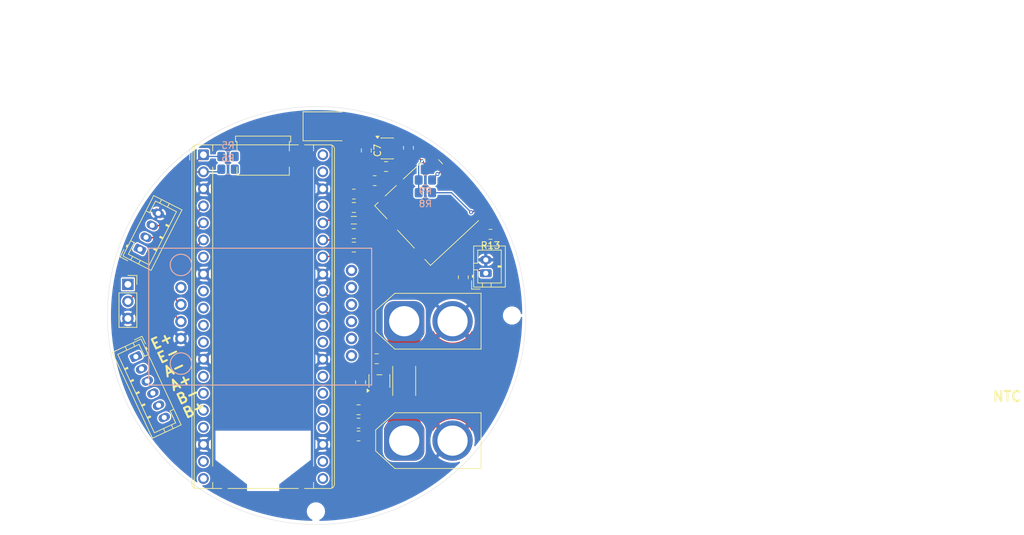
<source format=kicad_pcb>
(kicad_pcb
	(version 20241229)
	(generator "pcbnew")
	(generator_version "9.0")
	(general
		(thickness 1.6)
		(legacy_teardrops no)
	)
	(paper "A4")
	(layers
		(0 "F.Cu" signal)
		(2 "B.Cu" signal)
		(9 "F.Adhes" user "F.Adhesive")
		(11 "B.Adhes" user "B.Adhesive")
		(13 "F.Paste" user)
		(15 "B.Paste" user)
		(5 "F.SilkS" user "F.Silkscreen")
		(7 "B.SilkS" user "B.Silkscreen")
		(1 "F.Mask" user)
		(3 "B.Mask" user)
		(17 "Dwgs.User" user "User.Drawings")
		(19 "Cmts.User" user "User.Comments")
		(21 "Eco1.User" user "User.Eco1")
		(23 "Eco2.User" user "User.Eco2")
		(25 "Edge.Cuts" user)
		(27 "Margin" user)
		(31 "F.CrtYd" user "F.Courtyard")
		(29 "B.CrtYd" user "B.Courtyard")
		(35 "F.Fab" user)
		(33 "B.Fab" user)
		(39 "User.1" user)
		(41 "User.2" user)
		(43 "User.3" user)
		(45 "User.4" user)
	)
	(setup
		(pad_to_mask_clearance 0)
		(allow_soldermask_bridges_in_footprints no)
		(tenting front back)
		(grid_origin 134.95 93.5)
		(pcbplotparams
			(layerselection 0x00000000_00000000_55555555_5755f5ff)
			(plot_on_all_layers_selection 0x00000000_00000000_00000000_00000000)
			(disableapertmacros no)
			(usegerberextensions no)
			(usegerberattributes yes)
			(usegerberadvancedattributes yes)
			(creategerberjobfile yes)
			(dashed_line_dash_ratio 12.000000)
			(dashed_line_gap_ratio 3.000000)
			(svgprecision 4)
			(plotframeref no)
			(mode 1)
			(useauxorigin no)
			(hpglpennumber 1)
			(hpglpenspeed 20)
			(hpglpendiameter 15.000000)
			(pdf_front_fp_property_popups yes)
			(pdf_back_fp_property_popups yes)
			(pdf_metadata yes)
			(pdf_single_document no)
			(dxfpolygonmode yes)
			(dxfimperialunits yes)
			(dxfusepcbnewfont yes)
			(psnegative no)
			(psa4output no)
			(plot_black_and_white yes)
			(sketchpadsonfab no)
			(plotpadnumbers no)
			(hidednponfab no)
			(sketchdnponfab yes)
			(crossoutdnponfab yes)
			(subtractmaskfromsilk no)
			(outputformat 1)
			(mirror no)
			(drillshape 1)
			(scaleselection 1)
			(outputdirectory "")
		)
	)
	(net 0 "")
	(net 1 "/ISENSE_ADC")
	(net 2 "/SCL")
	(net 3 "unconnected-(A1-GPIO5-Pad7)")
	(net 4 "GND")
	(net 5 "unconnected-(A1-VBUS-Pad40)")
	(net 6 "Net-(A1-VSYS)")
	(net 7 "unconnected-(A1-GPIO8-Pad11)")
	(net 8 "/NTC_ADC")
	(net 9 "unconnected-(A1-GPIO15-Pad20)")
	(net 10 "/SD_MOSI")
	(net 11 "/VBAT_ADC")
	(net 12 "/SPI1_MISO")
	(net 13 "/UART0_RX")
	(net 14 "+3.3V")
	(net 15 "/SD_CLK")
	(net 16 "unconnected-(A1-GPIO6-Pad9)")
	(net 17 "/LC_SCK")
	(net 18 "unconnected-(A1-GPIO9-Pad12)")
	(net 19 "/UART0_TX")
	(net 20 "unconnected-(A1-GPIO7-Pad10)")
	(net 21 "/RPM")
	(net 22 "/SPI1_SCK")
	(net 23 "/SD_MISO")
	(net 24 "unconnected-(A1-GPIO14-Pad19)")
	(net 25 "unconnected-(A1-3V3_EN-Pad37)")
	(net 26 "/SDA")
	(net 27 "Net-(A1-ADC_VREF)")
	(net 28 "unconnected-(A1-RUN-Pad30)")
	(net 29 "/SD_CS")
	(net 30 "/SPI1_MOSI")
	(net 31 "unconnected-(A1-GPIO22-Pad29)")
	(net 32 "/SPI1_CSN")
	(net 33 "/LC_DT")
	(net 34 "/DET_B")
	(net 35 "+5V")
	(net 36 "+12V")
	(net 37 "Net-(J10-SHIELD)")
	(net 38 "/DET_A")
	(net 39 "Net-(J10-VDD)")
	(net 40 "Net-(J10-DAT1)")
	(net 41 "Net-(J10-DAT2)")
	(net 42 "Net-(J11-Pin_1)")
	(net 43 "Net-(J11-Pin_5)")
	(net 44 "Net-(J11-Pin_3)")
	(net 45 "Net-(J11-Pin_2)")
	(net 46 "Net-(J11-Pin_4)")
	(net 47 "Net-(J11-Pin_6)")
	(net 48 "Net-(R4-Pad1)")
	(net 49 "Net-(U2-QOD)")
	(net 50 "unconnected-(U2-CT-Pad4)")
	(net 51 "/BOUT_P")
	(footprint "MountingHole:MountingHole_2.2mm_M2_ISO7380" (layer "F.Cu") (at 134.85 122.7))
	(footprint "Resistor_SMD:R_2512_6332Metric_Pad1.40x3.35mm_HandSolder" (layer "F.Cu") (at 148 103.25 -90))
	(footprint "Resistor_SMD:R_0805_2012Metric_Pad1.20x1.40mm_HandSolder" (layer "F.Cu") (at 160.85 81.4 180))
	(footprint "Resistor_SMD:R_0805_2012Metric_Pad1.20x1.40mm_HandSolder" (layer "F.Cu") (at 141.5 103.45 90))
	(footprint "Inductor_SMD:L_0805_2012Metric_Pad1.05x1.20mm_HandSolder" (layer "F.Cu") (at 140.5 79.3 180))
	(footprint "Connector_JST:JST_PH_B6B-PH-K_1x06_P2.00mm_Vertical" (layer "F.Cu") (at 108.035378 99.636021 -65))
	(footprint "Resistor_SMD:R_0805_2012Metric_Pad1.20x1.40mm_HandSolder" (layer "F.Cu") (at 141.2 111.45 180))
	(footprint "Connector_AMASS:AMASS_XT60-F_1x02_P7.20mm_Vertical" (layer "F.Cu") (at 148 94.35))
	(footprint "Connector_AMASS:AMASS_XT60-F_1x02_P7.20mm_Vertical" (layer "F.Cu") (at 148 112.15))
	(footprint "Diode_SMD:D_SMB" (layer "F.Cu") (at 136.6 65.3))
	(footprint "Resistor_SMD:R_0805_2012Metric_Pad1.20x1.40mm_HandSolder" (layer "F.Cu") (at 143.6 73.4 180))
	(footprint "Module:RaspberryPi_Pico_Common_THT" (layer "F.Cu") (at 118.1 69.54))
	(footprint "Capacitor_SMD:C_0805_2012Metric_Pad1.18x1.45mm_HandSolder" (layer "F.Cu") (at 143.9 99.95))
	(footprint "MountingHole:MountingHole_2.2mm_M2_ISO7380" (layer "F.Cu") (at 164.05 93.5))
	(footprint "MountingHole:MountingHole_2.2mm_M2_ISO7380" (layer "F.Cu") (at 92.95 91.8))
	(footprint "Package_TO_SOT_SMD:SOT-23-5" (layer "F.Cu") (at 144.3 103.25 90))
	(footprint "Package_TO_SOT_SMD:SOT-23-6" (layer "F.Cu") (at 145.4625 68.6))
	(footprint "Capacitor_SMD:C_0805_2012Metric_Pad1.18x1.45mm_HandSolder" (layer "F.Cu") (at 141.2 107.55))
	(footprint "Connector_Card:microSD_HC_Molex_104031-0811" (layer "F.Cu") (at 152 77.6 -47))
	(footprint "Connector_JST:JST_PH_B4B-PH-K_1x04_P2.00mm_Vertical" (layer "F.Cu") (at 108.647975 83.623326 63))
	(footprint "Connector_PinSocket_2.54mm:PinSocket_1x03_P2.54mm_Vertical" (layer "F.Cu") (at 106.85 88.86))
	(footprint "Resistor_SMD:R_0805_2012Metric_Pad1.20x1.40mm_HandSolder" (layer "F.Cu") (at 141.2 109.55))
	(footprint "Capacitor_SMD:C_0805_2012Metric_Pad1.18x1.45mm_HandSolder" (layer "F.Cu") (at 145.3 71.3 180))
	(footprint "Capacitor_SMD:C_0805_2012Metric_Pad1.18x1.45mm_HandSolder" (layer "F.Cu") (at 142.35 68.9 -90))
	(footprint "Capacitor_SMD:C_0805_2012Metric_Pad1.18x1.45mm_HandSolder" (layer "F.Cu") (at 140.5 77.4))
	(footprint "Resistor_SMD:R_0805_2012Metric_Pad1.20x1.40mm_HandSolder" (layer "F.Cu") (at 140.5 75.4))
	(footprint "Resistor_SMD:R_0805_2012Metric_Pad1.20x1.40mm_HandSolder" (layer "F.Cu") (at 156.8 87.8 90))
	(footprint "Resistor_SMD:R_0805_2012Metric_Pad1.20x1.40mm_HandSolder" (layer "F.Cu") (at 148.625 68.5 -90))
	(footprint "Capacitor_SMD:C_0805_2012Metric_Pad1.18x1.45mm_HandSolder" (layer "F.Cu") (at 140.5 81.3))
	(footprint "Connector_JST:JST_PH_B2B-PH-K_1x02_P2.00mm_Vertical" (layer "F.Cu") (at 160.15 87.2 90))
	(footprint "Capacitor_SMD:C_0805_2012Metric_Pad1.18x1.45mm_HandSolder" (layer "F.Cu") (at 140.5 83.3))
	(footprint "Resistor_SMD:R_0805_2012Metric_Pad1.20x1.40mm_HandSolder" (layer "B.Cu") (at 151.15 73.3))
	(footprint "HX711Module:HX711_Module" (layer "B.Cu") (at 126.55 93.667))
	(footprint "Resistor_SMD:R_0805_2012Metric_Pad1.20x1.40mm_HandSolder" (layer "B.Cu") (at 121.761604 69.7929 180))
	(footprint "Resistor_SMD:R_0805_2012Metric_Pad1.20x1.40mm_HandSolder" (layer "B.Cu") (at 151.15 75.2))
	(footprint "Resistor_SMD:R_0805_2012Metric_Pad1.20x1.40mm_HandSolder" (layer "B.Cu") (at 121.761604 71.6929 180))
	(gr_circle
		(center 134.95 93.5)
		(end 166.1 93.5)
		(stroke
			(width 0.05)
			(type solid)
		)
		(fill no)
		(layer "Edge.Cuts")
		(uuid "4d39f37c-82b0-4297-991d-5e3f02ac3e50")
	)
	(gr_circle
		(center 134.95 93.5)
		(end 166.1 93.5)
		(stroke
			(width 0.05)
			(type solid)
		)
		(fill no)
		(layer "Margin")
		(uuid "dbb84c0f-8ac3-4c6b-b96a-1e774551e1f8")
	)
	(gr_text "A-"
		(at 112.544786 102.917733 25)
		(layer "F.SilkS")
		(uuid "0d83ed49-4a70-4c7f-ad9f-3e88a161d102")
		(effects
			(font
				(size 1.5 1.5)
				(thickness 0.3)
				(bold yes)
			)
			(justify left bottom)
		)
	)
	(gr_text "B-"
		(at 114.45502 107.014244 25)
		(layer "F.SilkS")
		(uuid "31f46157-6035-442e-a36d-dd6f8b7c621b")
		(effects
			(font
				(size 1.5 1.5)
				(thickness 0.3)
				(bold yes)
			)
			(justify left bottom)
		)
	)
	(gr_text "NTC"
		(at 235.5 106.45 0)
		(layer "F.SilkS")
		(uuid "5edae1d2-f999-4efd-a001-dc75ab72d3e9")
		(effects
			(font
				(size 1.5 1.5)
				(thickness 0.3)
				(bold yes)
			)
			(justify left bottom)
		)
	)
	(gr_text "E-"
		(at 111.589668 100.869479 25)
		(layer "F.SilkS")
		(uuid "6d097a13-3d09-47a2-a901-a5d79cadf33c")
		(effects
			(font
				(size 1.5 1.5)
				(thickness 0.3)
				(bold yes)
			)
			(justify left bottom)
		)
	)
	(gr_text "A+"
		(at 113.499903 104.965989 25)
		(layer "F.SilkS")
		(uuid "94970211-8d14-4765-b174-c912958f16ad")
		(effects
			(font
				(size 1.5 1.5)
				(thickness 0.3)
				(bold yes)
			)
			(justify left bottom)
		)
	)
	(gr_text "B+"
		(at 115.410137 109.062499 25)
		(layer "F.SilkS")
		(uuid "9ae306d2-c8e3-4643-b3b9-babf6a399135")
		(effects
			(font
				(size 1.5 1.5)
				(thickness 0.3)
				(bold yes)
			)
			(justify left bottom)
		)
	)
	(gr_text "E+"
		(at 110.634551 98.821222 25)
		(layer "F.SilkS")
		(uuid "c14a2fff-f387-40d4-8c87-620b63997e43")
		(effects
			(font
				(size 1.5 1.5)
				(thickness 0.3)
				(bold yes)
			)
			(justify left bottom)
		)
	)
	(segment
		(start 137.65 93.6029)
		(end 137.65 91.63)
		(width 0.2)
		(layer "F.Cu")
		(net 1)
		(uuid "0dbb6e59-1dcf-4aa2-9f7e-90b6d3925285")
	)
	(segment
		(start 137.651 100.2339)
		(end 137.651 93.6039)
		(width 0.2)
		(layer "F.Cu")
		(net 1)
		(uuid "142935e9-43d7-463c-b6cb-85eb8d4aee17")
	)
	(segment
		(start 137.651 93.6039)
		(end 137.65 93.6029)
		(width 0.2)
		(layer "F.Cu")
		(net 1)
		(uuid "433509bb-be4d-449c-8e46-dca4b4f905b3")
	)
	(segment
		(start 141.5 102.45)
		(end 139.8671 102.45)
		(width 0.2)
		(layer "F.Cu")
		(net 1)
		(uuid "57fb70ea-18d4-4eb0-9947-682b95270beb")
	)
	(segment
		(start 139.8671 102.45)
		(end 137.651 100.2339)
		(width 0.2)
		(layer "F.Cu")
		(net 1)
		(uuid "8d36238d-c646-48d8-bf98-4fdb364439b0")
	)
	(segment
		(start 137.65 91.63)
		(end 135.88 89.86)
		(width 0.2)
		(layer "F.Cu")
		(net 1)
		(uuid "c5d20391-3598-410b-8381-9ca5daa96988")
	)
	(segment
		(start 113.801 74.3661)
		(end 116.0671 72.1)
		(width 0.2)
		(layer "F.Cu")
		(net 2)
		(uuid "2a94ef33-1735-4bab-bf4d-f3062137204c")
	)
	(segment
		(start 111.2 81.9)
		(end 113.801 79.299)
		(width 0.2)
		(layer "F.Cu")
		(net 2)
		(uuid "44d5d5bc-e14f-4211-b428-5023c96d0f2d")
	)
	(segment
		(start 118.08 72.1)
		(end 118.1 72.08)
		(width 0.2)
		(layer "F.Cu")
		(net 2)
		(uuid "635ad0d5-99b3-4e3d-ae6e-382e9241a7c7")
	)
	(segment
		(start 109.414643 81.9)
		(end 111.2 81.9)
		(width 0.2)
		(layer "F.Cu")
		(net 2)
		(uuid "712b7b49-f7c2-4770-aee2-5329b469d158")
	)
	(segment
		(start 113.801 79.299)
		(end 113.801 74.3661)
		(width 0.2)
		(layer "F.Cu")
		(net 2)
		(uuid "8bf82c82-c906-49c0-a274-180f64944b4e")
	)
	(segment
		(start 109.055956 81.541313)
		(end 109.414643 81.9)
		(width 0.2)
		(layer "F.Cu")
		(net 2)
		(uuid "b29b377b-c8c0-4ff1-87f0-851e8512c6c8")
	)
	(segment
		(start 116.0671 72.1)
		(end 118.08 72.1)
		(width 0.2)
		(layer "F.Cu")
		(net 2)
		(uuid "d12c07ac-8dbf-4506-8db3-2430b8b962d8")
	)
	(segment
		(start 118.1 72.08)
		(end 120.374504 72.08)
		(width 0.2)
		(layer "B.Cu")
		(net 2)
		(uuid "7e37ac5a-79e6-4084-97d1-d58808edb083")
	)
	(segment
		(start 120.374504 72.08)
		(end 120.761604 71.6929)
		(width 0.2)
		(layer "B.Cu")
		(net 2)
		(uuid "a3b0c38d-c6a2-43f6-ba0c-3fbe3137a7a1")
	)
	(segment
		(start 145.35 86.8)
		(end 156.8 86.8)
		(width 0.2)
		(layer "F.Cu")
		(net 8)
		(uuid "25d528a0-00fe-4fae-be29-00a75ef23d73")
	)
	(segment
		(start 135.96 84.7)
		(end 143.25 84.7)
		(width 0.2)
		(layer "F.Cu")
		(net 8)
		(uuid "4de930b6-6279-4fbd-bfb4-643f2fbb1c36")
	)
	(segment
		(start 143.25 84.7)
		(end 145.35 86.8)
		(width 0.2)
		(layer "F.Cu")
		(net 8)
		(uuid "7b4f182d-3430-4626-8ea4-c3cae11b5b0c")
	)
	(segment
		(start 135.88 84.78)
		(end 135.96 84.7)
		(width 0.2)
		(layer "F.Cu")
		(net 8)
		(uuid "989d4b8a-ca9c-42aa-8f83-11f1c8b07bc6")
	)
	(segment
		(start 160.15 87.2)
		(end 159.75 86.8)
		(width 0.2)
		(layer "F.Cu")
		(net 8)
		(uuid "b5affcb5-8421-4f00-8c9c-78f955f2ff53")
	)
	(segment
		(start 159.75 86.8)
		(end 156.8 86.8)
		(width 0.2)
		(layer "F.Cu")
		(net 8)
		(uuid "b5d16c12-368c-4b1f-b53b-4e9676198ff5")
	)
	(segment
		(start 140.1625 107.55)
		(end 140.1625 111.4125)
		(width 0.2)
		(layer "F.Cu")
		(net 11)
		(uuid "01f86cda-4347-4830-a88a-ac97548b217b")
	)
	(segment
		(start 140.1625 107.55)
		(end 140.1625 103.3125)
		(width 0.2)
		(layer "F.Cu")
		(net 11)
		(uuid "8bdc72a0-19db-4bb6-acad-2d91ad7f2c75")
	)
	(segment
		(start 140.1625 103.3125)
		(end 137.25 100.4)
		(width 0.2)
		(layer "F.Cu")
		(net 11)
		(uuid "9cb9581f-9ba2-400c-9821-220c689b40e0")
	)
	(segment
		(start 137.25 93.77)
		(end 135.88 92.4)
		(width 0.2)
		(layer "F.Cu")
		(net 11)
		(uuid "b78b4078-53c8-4128-9623-85983c64fb72")
	)
	(segment
		(start 137.25 100.4)
		(end 137.25 93.77)
		(width 0.2)
		(layer "F.Cu")
		(net 11)
		(uuid "bc745942-ffa2-4849-95b1-c8795032bc68")
	)
	(segment
		(start 140.1625 111.4125)
		(end 140.2 111.45)
		(width 0.2)
		(layer "F.Cu")
		(net 11)
		(uuid "bf2917be-4ab5-47b2-8154-af0326068dec")
	)
	(segment
		(start 139.4625 77.4)
		(end 139.4625 79.1875)
		(width 0.2)
		(layer "F.Cu")
		(net 14)
		(uuid "2afea863-d978-4591-a7d2-e16bb5a6b421")
	)
	(segment
		(start 143.35 100.4375)
		(end 142.8625 99.95)
		(width 0.2)
		(layer "F.Cu")
		(net 14)
		(uuid "300d6524-13bb-4ba3-9ab5-9b4769e76ad3")
	)
	(segment
		(start 144.325 67.65)
		(end 142.5625 67.65)
		(width 0.2)
		(layer "F.Cu")
		(net 14)
		(uuid "400e57fa-7cf6-475d-8a7c-5a69d31b1666")
	)
	(segment
		(start 139.35 79.3)
		(end 136.28 79.3)
		(width 0.2)
		(layer "F.Cu")
		(net 14)
		(uuid "4e35218e-0fe1-4bc3-9c25-a1ac04c7188b")
	)
	(segment
		(start 139.4625 79.1875)
		(end 139.35 79.3)
		(width 0.2)
		(layer "F.Cu")
		(net 14)
		(uuid "6bc73c26-8c93-4be1-9a92-aecbcba869e4")
	)
	(segment
		(start 142.5625 67.65)
		(end 142.35 67.8625)
		(width 0.2)
		(layer "F.Cu")
		(net 14)
		(uuid "87e34536-dbbd-4d37-8e53-332e6e870ef2")
	)
	(segment
		(start 136.28 79.3)
		(end 135.88 79.7)
		(width 0.2)
		(layer "F.Cu")
		(net 14)
		(uuid "c25f52df-a5d8-4354-95f6-85bd977c5e8a")
	)
	(segment
		(start 143.35 102.1125)
		(end 143.35 100.4375)
		(width 0.2)
		(layer "F.Cu")
		(net 14)
		(uuid "ef7dfb33-e318-40d2-aa55-aa6bbae05d27")
	)
	(segment
		(start 114.75 91.86)
		(end 113.25 90.36)
		(width 0.2)
		(layer "F.Cu")
		(net 17)
		(uuid "444edc0d-ad30-4ecf-893a-6861ea3d5242")
	)
	(segment
		(start 113.25 87.09)
		(end 118.1 82.24)
		(width 0.2)
		(layer "F.Cu")
		(net 17)
		(uuid "fadbdd84-301c-488e-afd8-52a759ee3a50")
	)
	(segment
		(start 113.25 90.36)
		(end 113.25 87.09)
		(width 0.2)
		(layer "F.Cu")
		(net 17)
		(uuid "fdfc97e7-a19a-4016-8914-e70354782bdb")
	)
	(segment
		(start 108.65 89.6)
		(end 106.85 91.4)
		(width 0.2)
		(layer "F.Cu")
		(net 21)
		(uuid "319309bc-517c-4a4d-bcca-15169559eb81")
	)
	(segment
		(start 108.65 86.61)
		(end 108.65 89.6)
		(width 0.2)
		(layer "F.Cu")
		(net 21)
		(uuid "91cc0c56-90d4-45d7-a8b8-a39014f6a6c2")
	)
	(segment
		(start 118.1 77.16)
		(end 108.65 86.61)
		(width 0.2)
		(layer "F.Cu")
		(net 21)
		(uuid "eca1934c-4ff5-4926-8198-00fbd29731b2")
	)
	(segment
		(start 109.963937 79.759299)
		(end 110.304638 80.1)
		(width 0.2)
		(layer "F.Cu")
		(net 26)
		(uuid "00bfa33e-a608-41b2-80f9-95e645a64770")
	)
	(segment
		(start 113.4 74.2)
		(end 118.06 69.54)
		(width 0.2)
		(layer "F.Cu")
		(net 26)
		(uuid "2a453d2b-6a0d-4682-854d-79390dfad3fa")
	)
	(segment
		(start 110.304638 80.1)
		(end 111.9 80.1)
		(width 0.2)
		(layer "F.Cu")
		(net 26)
		(uuid "2f5fd4fe-7775-44fa-92ba-b37f1e662ba3")
	)
	(segment
		(start 111.9 80.1)
		(end 113.4 78.6)
		(width 0.2)
		(layer "F.Cu")
		(net 26)
		(uuid "98ac56c0-1aa8-465c-8269-692a0e49661e")
	)
	(segment
		(start 113.4 78.6)
		(end 113.4 74.2)
		(width 0.2)
		(layer "F.Cu")
		(net 26)
		(uuid "e7357383-7656-46de-96b2-636071cc738d")
	)
	(segment
		(start 118.06 69.54)
		(end 118.1 69.54)
		(width 0.2)
		(layer "F.Cu")
		(net 26)
		(uuid "fb2cb694-84a7-4b6d-a449-1b307427ff8b")
	)
	(segment
		(start 120.761604 69.7929)
		(end 118.3529 69.7929)
		(width 0.2)
		(layer "B.Cu")
		(net 26)
		(uuid "1ae38819-ca29-4103-a9cf-ed0a4fb1fe29")
	)
	(segment
		(start 118.3529 69.7929)
		(end 118.1 69.54)
		(width 0.2)
		(layer "B.Cu")
		(net 26)
		(uuid "2f1a1e4b-4d39-4fde-ac28-39473c8cfca5")
	)
	(segment
		(start 141.65 79.35)
		(end 141.65 79.3)
		(width 0.2)
		(layer "F.Cu")
		(net 27)
		(uuid "27a5c2ab-0910-4b8f-84f1-8e27bc9878ea")
	)
	(segment
		(start 140.3 80.3)
		(end 140.7 80.3)
		(width 0.2)
		(layer "F.Cu")
		(net 27)
		(uuid "2ee8cb55-6e10-419d-b68a-5f85bcb017e8")
	)
	(segment
		(start 140.7 80.3)
		(end 141.65 79.35)
		(width 0.2)
		(layer "F.Cu")
		(net 27)
		(uuid "4eb40587-a929-492b-865a-9ac86466b841")
	)
	(segment
		(start 138.2 83.3)
		(end 139.4625 83.3)
		(width 0.2)
		(layer "F.Cu")
		(net 27)
		(uuid "5c0e9799-fcae-4bbd-ab51-3a6dff4facc3")
	)
	(segment
		(start 139.4625 81.1375)
		(end 140.3 80.3)
		(width 0.2)
		(layer "F.Cu")
		(net 27)
		(uuid "691e7260-f1ce-47fa-b7de-e01200da525b")
	)
	(segment
... [145093 chars truncated]
</source>
